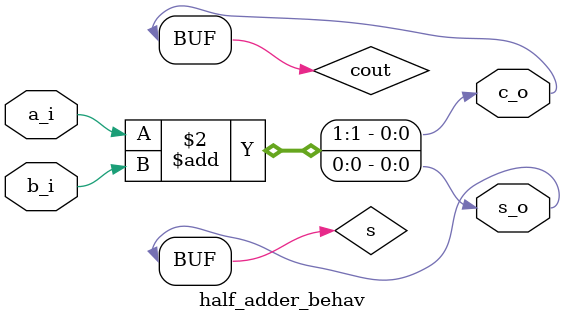
<source format=v>
/*module moduleName (
input       a_i,
input       b_i,
output  reg s_o,
output  reg c_o
);

always @(a_i, b_i) begin
    {c_o, s_o} = a_i + b_i;
end
    
endmodule

            Methode 1

*/ 


//Methode 2
module half_adder_behav (
input       a_i,
input       b_i,
output  reg s_o,
output  reg c_o
);

reg s, cout;

always @(a_i, b_i) begin
    {cout, s} = a_i + b_i;
end

assign c_o  = cout;
assign s_o  = s;  
    
endmodule

</source>
